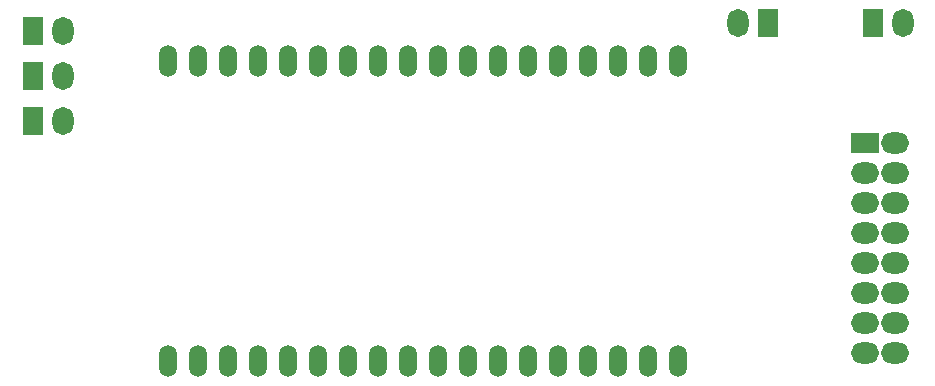
<source format=gbr>
G04 --- HEADER BEGIN --- *
G04 #@! TF.GenerationSoftware,LibrePCB,LibrePCB,0.1.7*
G04 #@! TF.CreationDate,2023-11-18T14:18:11*
G04 #@! TF.ProjectId,CRi-CRi_Display,14a54b12-152a-4fb2-828b-3daff0557bc7,v1*
G04 #@! TF.Part,Single*
G04 #@! TF.SameCoordinates*
G04 #@! TF.FileFunction,Soldermask,Top*
G04 #@! TF.FilePolarity,Negative*
%FSLAX66Y66*%
%MOMM*%
G01*
G75*
G04 --- HEADER END --- *
G04 --- APERTURE LIST BEGIN --- *
%ADD10O,1.787X2.39*%
%ADD11R,1.787X2.39*%
%ADD12O,2.39X1.787*%
%ADD13R,2.39X1.787*%
%ADD14O,1.5X2.7*%
G04 --- APERTURE LIST END --- *
G04 --- BOARD BEGIN --- *
D10*
G04 #@! TO.C,J6*
X5715000Y33020000D03*
D11*
X3175000Y33020000D03*
D10*
G04 #@! TO.C,J5*
X5715000Y25400000D03*
D11*
X3175000Y25400000D03*
D10*
G04 #@! TO.C,J4*
X5715000Y29210000D03*
D11*
X3175000Y29210000D03*
D12*
G04 #@! TO.C,J1*
X76200000Y8255000D03*
D13*
X73660000Y23495000D03*
D12*
X76200000Y10795000D03*
X73660000Y20955000D03*
X76200000Y15875000D03*
X76200000Y13335000D03*
X73660000Y5715000D03*
X73660000Y8255000D03*
X76200000Y23495000D03*
X76200000Y5715000D03*
X73660000Y10795000D03*
X73660000Y13335000D03*
X73660000Y18415000D03*
X76200000Y20955000D03*
X76200000Y18415000D03*
X73660000Y15875000D03*
D10*
G04 #@! TO.C,J2*
X62865000Y33655000D03*
D11*
X65405000Y33655000D03*
D10*
G04 #@! TO.C,J3*
X76835000Y33655000D03*
D11*
X74295000Y33655000D03*
D14*
G04 #@! TO.C,MCU1*
X19685000Y5080000D03*
X24765000Y5080000D03*
X37465000Y5080000D03*
X50165000Y30480000D03*
X14605000Y30480000D03*
X17145000Y5080000D03*
X57785000Y5080000D03*
X37465000Y30480000D03*
X29845000Y5080000D03*
X34925000Y5080000D03*
X17145000Y30480000D03*
X40005000Y30480000D03*
X34925000Y30480000D03*
X57785000Y30480000D03*
X29845000Y30480000D03*
X50165000Y5080000D03*
X42545000Y30480000D03*
X32385000Y30480000D03*
X22225000Y5080000D03*
X45085000Y30480000D03*
X42545000Y5080000D03*
X27305000Y30480000D03*
X47625000Y30480000D03*
X32385000Y5080000D03*
X45085000Y5080000D03*
X52705000Y30480000D03*
X55245000Y5080000D03*
X47625000Y5080000D03*
X14605000Y5080000D03*
X19685000Y30480000D03*
X24765000Y30480000D03*
X55245000Y30480000D03*
X27305000Y5080000D03*
X40005000Y5080000D03*
X52705000Y5080000D03*
X22225000Y30480000D03*
G04 --- BOARD END --- *
G04 #@! TF.MD5,98c70cfe55957615bebb3643b3b08672*
M02*

</source>
